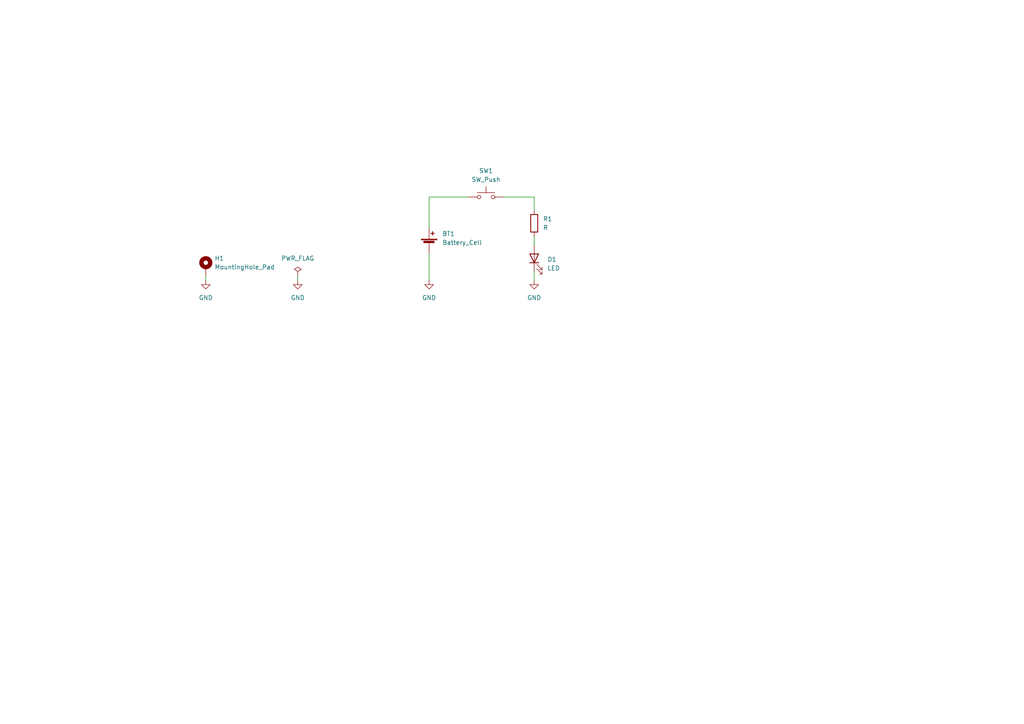
<source format=kicad_sch>
(kicad_sch (version 20211123) (generator eeschema)
  (paper "A4")
  (title_block (title "Simple Keychain") (date "2022-06-02") (rev "1"))
  (lib_symbols
    (symbol "Device:Battery_Cell" (pin_numbers hide) (pin_names (offset 0) hide)
      (property "Reference" "BT" (at 2.54 2.54 0))
      (property "Value" "Battery_Cell" (at 2.54 0 0))
      (symbol "Battery_Cell_0_1"
        (rectangle (start -2.286 1.778) (end 2.286 1.524) (fill (type outline)))
        (rectangle (start -1.5748 1.1938) (end 1.4732 0.6858) (fill (type outline)))
        (polyline (pts (xy 0 0.762) (xy 0 0)))
        (polyline (pts (xy 0 1.778) (xy 0 2.54)))
        (polyline (pts (xy 0.508 3.429) (xy 1.524 3.429)) (stroke (width 0.254)))
        (polyline (pts (xy 1.016 3.937) (xy 1.016 2.921)) (stroke (width 0.254)))
      )
      (symbol "Battery_Cell_1_1"
        (pin passive line (at 0 5.08 270) (length 2.54) (name "+") (number "1"))
        (pin passive line (at 0 -2.54 90) (length 2.54) (name "-") (number "2"))
      )
    )
    (symbol "Device:LED" (pin_numbers hide) (pin_names (offset 1.016) hide)
      (property "Reference" "D" (at 0 2.54 0))
      (property "Value" "LED" (at 0 -2.54 0))
      (symbol "LED_0_1"
        (polyline (pts (xy -1.27 -1.27) (xy -1.27 1.27)) (stroke (width 0.254)))
        (polyline (pts (xy -1.27 0) (xy 1.27 0)))
        (polyline (pts (xy 1.27 -1.27) (xy 1.27 1.27) (xy -1.27 0) (xy 1.27 -1.27)) (stroke (width 0.254)))
        (polyline (pts (xy -3.048 -0.762) (xy -4.572 -2.286) (xy -3.81 -2.286) (xy -4.572 -2.286) (xy -4.572 -1.524)))
        (polyline (pts (xy -1.778 -0.762) (xy -3.302 -2.286) (xy -2.54 -2.286) (xy -3.302 -2.286) (xy -3.302 -1.524)))
      )
      (symbol "LED_1_1"
        (pin passive line (at -3.81 0 0) (length 2.54) (name "K") (number "1"))
        (pin passive line (at 3.81 0 180) (length 2.54) (name "A") (number "2"))
      )
    )
    (symbol "Device:R" (pin_numbers hide) (pin_names (offset 0))
      (property "Reference" "R" (at 2.032 0 90))
      (property "Value" "R" (at 0 0 90))
      (symbol "R_0_1"
        (rectangle (start -1.016 -2.54) (end 1.016 2.54) (stroke (width 0.254)))
      )
      (symbol "R_1_1"
        (pin passive line (at 0 3.81 270) (length 1.27) (name "~") (number "1"))
        (pin passive line (at 0 -3.81 90) (length 1.27) (name "~") (number "2"))
      )
    )
    (symbol "Mechanical:MountingHole_Pad" (pin_numbers hide) (pin_names (offset 1.016) hide)
      (property "Reference" "H" (at 0 6.35 0))
      (property "Value" "MountingHole_Pad" (at 0 4.445 0))
      (symbol "MountingHole_Pad_0_1"
        (circle (center 0 1.27) (radius 1.27) (stroke (width 1.27)))
      )
      (symbol "MountingHole_Pad_1_1"
        (pin input line (at 0 -2.54 90) (length 2.54) (name "1") (number "1"))
      )
    )
    (symbol "Switch:SW_Push" (pin_numbers hide) (pin_names (offset 1.016) hide)
      (property "Reference" "SW" (at 1.27 2.54 0))
      (property "Value" "SW_Push" (at 0 -1.524 0))
      (symbol "SW_Push_0_1"
        (circle (center -2.032 0) (radius 0.508))
        (polyline (pts (xy 0 1.27) (xy 0 3.048)))
        (polyline (pts (xy 2.54 1.27) (xy -2.54 1.27)))
        (circle (center 2.032 0) (radius 0.508))
        (pin passive line (at -5.08 0 0) (length 2.54) (name "1") (number "1"))
        (pin passive line (at 5.08 0 180) (length 2.54) (name "2") (number "2"))
      )
    )
    (symbol "power:GND" (power) (pin_names (offset 0))
      (property "Value" "GND" (at 0 -3.81 0))
      (symbol "GND_0_1"
        (polyline (pts (xy 0 0) (xy 0 -1.27) (xy 1.27 -1.27) (xy 0 -2.54) (xy -1.27 -1.27) (xy 0 -1.27)))
      )
      (symbol "GND_1_1"
        (pin power_in line (at 0 0 270) (length 0) hide (name "GND") (number "1"))
      )
    )
    (symbol "power:PWR_FLAG" (power) (pin_numbers hide) (pin_names (offset 0) hide)
      (property "Value" "PWR_FLAG" (at 0 3.81 0))
      (symbol "PWR_FLAG_0_0"
        (pin power_out line (at 0 0 90) (length 0) (name "pwr") (number "1"))
      )
      (symbol "PWR_FLAG_0_1"
        (polyline (pts (xy 0 0) (xy 0 1.27) (xy -1.016 1.905) (xy 0 2.54) (xy 1.016 1.905) (xy 0 1.27)))
      )
    )
  )
  (wire (pts (xy 124.46 66.04) (xy 124.46 57.15)))
  (wire (pts (xy 59.69 81.28) (xy 59.69 80.01)))
  (wire (pts (xy 154.94 57.15) (xy 146.05 57.15)))
  (wire (pts (xy 124.46 57.15) (xy 135.89 57.15)))
  (wire (pts (xy 154.94 60.96) (xy 154.94 57.15)))
  (wire (pts (xy 154.94 68.58) (xy 154.94 71.12)))
  (wire (pts (xy 154.94 78.74) (xy 154.94 81.28)))
  (wire (pts (xy 86.36 80.01) (xy 86.36 81.28)))
  (wire (pts (xy 124.46 73.66) (xy 124.46 81.28)))
  (symbol (lib_id "power:GND") (at 154.94 81.28 0) (unit 1)
    (property "Reference" "#PWR0101" (effects hide))
    (property "Value" "GND" (at 154.94 86.36 0))
  )
  (symbol (lib_id "Device:Battery_Cell") (at 124.46 71.12 0) (unit 1)
    (property "Reference" "BT1" (at 128.27 67.8179 0) (effects (justify left)))
    (property "Value" "Battery_Cell" (at 128.27 70.3579 0) (effects (justify left)))
    (property "Footprint" "Battery:BatteryHolder_Keystone_103_1x20mm" (effects hide))
  )
  (symbol (lib_id "Device:LED") (at 154.94 74.93 90) (unit 1)
    (property "Reference" "D1" (at 158.75 75.2474 90) (effects (justify right)))
    (property "Value" "LED" (at 158.75 77.7874 90) (effects (justify right)))
    (property "Footprint" "LED_THT:LED_D5.0mm_Horizontal_O3.81mm_Z15.0mm" (effects hide))
  )
  (symbol (lib_id "power:GND") (at 124.46 81.28 0) (unit 1)
    (property "Reference" "#PWR0102" (effects hide))
    (property "Value" "GND" (at 124.46 86.36 0))
  )
  (symbol (lib_id "power:GND") (at 86.36 81.28 0) (unit 1)
    (property "Reference" "#PWR0103" (effects hide))
    (property "Value" "GND" (at 86.36 86.36 0))
  )
  (symbol (lib_id "power:GND") (at 59.69 81.28 0) (unit 1)
    (property "Reference" "#PWR01" (effects hide))
    (property "Value" "GND" (at 59.69 86.36 0))
  )
  (symbol (lib_id "power:PWR_FLAG") (at 86.36 80.01 0) (unit 1)
    (property "Reference" "#FLG0101" (effects hide))
    (property "Value" "PWR_FLAG" (at 86.36 74.93 0))
  )
  (symbol (lib_id "Mechanical:MountingHole_Pad") (at 59.69 77.47 0) (unit 1)
    (property "Reference" "H1" (at 62.23 74.9299 0) (effects (justify left)))
    (property "Value" "MountingHole_Pad" (at 62.23 77.4699 0) (effects (justify left)))
    (property "Footprint" "MountingHole:MountingHole_2.5mm" (effects hide))
  )
  (symbol (lib_id "Switch:SW_Push") (at 140.97 57.15 0) (unit 1)
    (property "Reference" "SW1" (at 140.97 49.53 0))
    (property "Value" "SW_Push" (at 140.97 52.07 0))
    (property "Footprint" "Button_Switch_THT:SW_PUSH_6mm" (effects hide))
  )
  (symbol (lib_id "Device:R") (at 154.94 64.77 180) (unit 1)
    (property "Reference" "R1" (at 157.48 63.4999 0) (effects (justify right)))
    (property "Value" "R" (at 157.48 66.0399 0) (effects (justify right)))
    (property "Footprint" "Resistor_THT:R_Axial_DIN0207_L6.3mm_D2.5mm_P10.16mm_Horizontal" (effects hide))
  )
)
</source>
